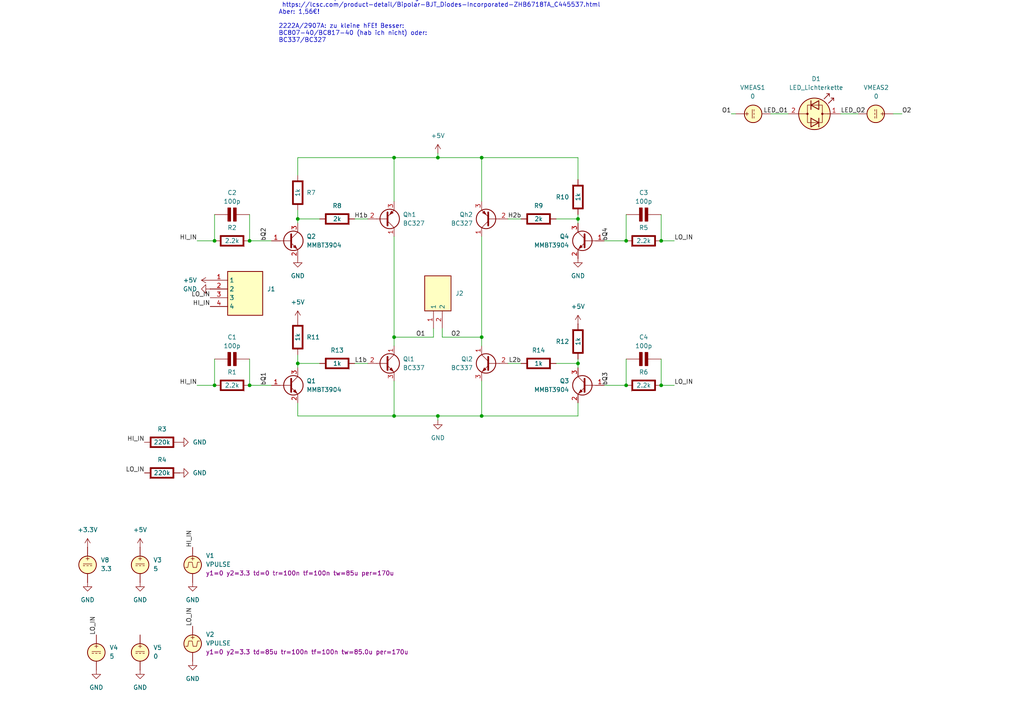
<source format=kicad_sch>
(kicad_sch (version 20250114) (generator "eeschema") (generator_version "9.0")
  (paper "A4")
  (lib_symbols
    (symbol "Device:LED_Dual_Bidirectional" (pin_names (offset 0) (hide yes))
      (property "Reference" "D" (at 0 5.715 0))
      (property "Value" "LED_Dual_Bidirectional" (at 0 -6.35 0))
      (symbol "LED_Dual_Bidirectional_0_1"
        (polyline (pts (xy -4.572 0) (xy -2.54 0)))
        (circle (center -2.032 0) (radius 0.254) (fill (type outline)))
        (polyline (pts (xy -2.032 0) (xy -2.54 0)))
        (polyline (pts (xy -1.016 3.81) (xy -1.016 1.27)) (stroke (width 0.254)))
        (polyline (pts (xy -1.016 -1.27) (xy -1.016 -3.81) (xy 1.27 -2.54) (xy -1.016 -1.27)) (stroke (width 0.254)))
        (circle (center 0 0) (radius 4.572) (stroke (width 0.254)) (fill (type background)))
        (polyline (pts (xy 1.27 3.81) (xy 1.27 1.27) (xy -1.016 2.54) (xy 1.27 3.81)) (stroke (width 0.254)))
        (polyline (pts (xy 1.27 -1.27) (xy 1.27 -3.81)) (stroke (width 0.254)))
        (polyline (pts (xy 2.286 2.54) (xy -2.032 2.54) (xy -2.032 -2.54) (xy 2.286 -2.54) (xy 2.286 2.54)))
        (circle (center 2.286 0) (radius 0.254) (fill (type outline)))
        (polyline (pts (xy 2.794 4.318) (xy 4.318 5.842) (xy 3.556 5.842)) (stroke (width 0.2032)))
        (polyline (pts (xy 4.064 3.048) (xy 5.588 4.572) (xy 4.826 4.572)) (stroke (width 0.2032)))
        (polyline (pts (xy 4.064 0) (xy 2.286 0)) (fill (type outline)))
        (polyline (pts (xy 4.318 5.842) (xy 4.318 5.08)) (stroke (width 0.2032)))
        (polyline (pts (xy 5.588 4.572) (xy 5.588 3.81)) (stroke (width 0.2032)))
      )
      (symbol "LED_Dual_Bidirectional_1_1"
        (pin input line (at -7.62 0 0) (length 3.048) (name "AK") (number "2"))
        (pin input line (at 7.62 0 180) (length 3.81) (name "KA") (number "1"))
      )
    )
    (symbol "Misc:S2B-PH-K-S_LF__SN_"
      (property "Reference" "J" (at 16.51 7.62 0))
      (property "Value" "S2B-PH-K-S_LF__SN_" (at 16.51 5.08 0))
      (symbol "S2B-PH-K-S_LF__SN__1_1"
        (rectangle (start 5.08 2.54) (end 15.24 -5.08) (stroke (width 0.254)) (fill (type background)))
        (pin passive line (at 0 0 0) (length 5.08) (name "1") (number "1"))
        (pin passive line (at 0 -2.54 0) (length 5.08) (name "2") (number "2"))
      )
    )
    (symbol "Misc:S4B-PH-K-S_LF__SN_" (exclude_from_sim yes)
      (property "Reference" "J" (at 16.51 7.62 0))
      (property "Value" "S4B-PH-K-S_LF__SN_" (at 16.51 5.08 0))
      (property "Footprint" "Misc:CONN_S4B-PH-K-S_JST" (at 16.51 -94.92 0))
      (symbol "S4B-PH-K-S_LF__SN__1_1"
        (rectangle (start 5.08 2.54) (end 15.24 -10.16) (stroke (width 0.254)) (fill (type background)))
        (pin passive line (at 0 0 0) (length 5.08) (name "1") (number "1"))
        (pin passive line (at 0 -2.54 0) (length 5.08) (name "2") (number "2"))
        (pin passive line (at 0 -5.08 0) (length 5.08) (name "3") (number "3"))
        (pin passive line (at 0 -7.62 0) (length 5.08) (name "4") (number "4"))
      )
    )
    (symbol "PCM_Elektuur:C" (pin_numbers (hide yes)) (pin_names (offset 0) (hide yes))
      (property "Reference" "C" (at 0.635 3.175 0))
      (property "Value" "C" (at 0.635 -3.175 0))
      (symbol "C_1_1"
        (rectangle (start -1.905 1.1938) (end 1.905 0.4318) (stroke (width 0.254)) (fill (type outline)))
        (rectangle (start -1.905 -0.4318) (end 1.905 -1.1938) (stroke (width 0.254)) (fill (type outline)))
        (pin passive line (at 0 5.08 270) (length 3.8862) (name "+") (number "1"))
        (pin passive line (at 0 -5.08 90) (length 3.8862) (name "-") (number "2"))
      )
      (symbol "C_1_2"
        (polyline (pts (xy -1.905 0.4318) (xy 1.905 0.4318) (xy 1.905 1.4986) (xy -1.905 1.4986) (xy -1.905 0.4318) (xy -1.8034 0.5334) (xy -1.8034 1.397) (xy 1.8034 1.397) (xy 1.8034 0.5334) (xy -1.8034 0.5334) (xy -1.905 0.4318)) (stroke (width 0.254)) (fill (type outline)))
        (polyline (pts (xy -1.905 -1.4986) (xy 1.905 -1.4986) (xy 1.905 -0.4318) (xy -1.905 -0.4318) (xy -1.905 -1.4986) (xy -1.8034 -1.397) (xy -1.8034 -0.5334) (xy 1.8034 -0.5334) (xy 1.8034 -1.397) (xy -1.8034 -1.397) (xy -1.905 -1.4986)) (stroke (width 0.254)) (fill (type outline)))
        (pin passive line (at 0 5.08 270) (length 3.5814) (name "+") (number "1"))
        (pin passive line (at 0 -5.08 90) (length 3.5814) (name "-") (number "2"))
      )
    )
    (symbol "PCM_Elektuur:R" (pin_numbers (hide yes)) (pin_names (offset 0) (hide yes))
      (property "Reference" "R" (at 2.54 3.175 0))
      (property "Value" "R" (at 0 0 90))
      (symbol "R_1_1"
        (polyline (pts (xy -1.524 -3.429) (xy 1.524 -3.429) (xy 1.524 3.429) (xy -1.524 3.429) (xy -1.524 -3.429) (xy -1.27 -3.175) (xy -1.27 3.175) (xy 1.27 3.175) (xy 1.27 -3.175) (xy -1.27 -3.175) (xy -1.524 -3.429)) (stroke (width 0.254)) (fill (type outline)))
        (pin passive line (at 0 5.08 270) (length 1.651) (name "+") (number "1"))
        (pin passive line (at 0 -5.08 90) (length 1.651) (name "-") (number "2"))
      )
      (symbol "R_1_2"
        (polyline (pts (xy -0.508 -3.429) (xy 1.524 -3.429) (xy 1.524 3.429) (xy -0.508 3.429) (xy -0.508 3.175) (xy 1.27 3.175) (xy 1.27 -3.175) (xy -0.508 -3.175) (xy -0.508 -3.429)) (stroke (width 0.254)) (fill (type outline)))
        (pin passive line (at 0 5.08 270) (length 1.651) (name "+") (number "1"))
        (pin passive line (at 0 -5.08 90) (length 1.651) (name "-") (number "2"))
      )
      (symbol "R_1_3"
        (polyline (pts (xy 0 3.4798) (xy 0 3.2004) (xy 0.7112 2.794) (xy -1.1938 1.6764) (xy 0.7112 0.5588) (xy -1.1938 -0.5588) (xy 0.7112 -1.6764) (xy -1.1938 -2.794) (xy 0 -3.4798) (xy 0 -3.2004) (xy -0.7112 -2.794) (xy 1.1938 -1.6764) (xy -0.7112 -0.5588) (xy 1.1938 0.5588) (xy -0.7112 1.6764) (xy 1.1938 2.794) (xy 0 3.4798)) (stroke (width 0.254)) (fill (type outline)))
        (pin passive line (at 0 5.08 270) (length 1.6002) (name "+") (number "1"))
        (pin passive line (at 0 -5.08 90) (length 1.6002) (name "-") (number "2"))
      )
      (symbol "R_1_4"
        (polyline (pts (xy 0 4.5466) (xy 0 4.2672) (xy 0.0508 4.2418) (xy 1.016 3.683) (xy -1.524 2.2098) (xy 1.016 0.7366) (xy -1.524 -0.7366) (xy 1.016 -2.2098) (xy -1.524 -3.683) (xy -0.0762 -4.5212) (xy 0 -4.5466) (xy 0 -4.2672) (xy -0.0508 -4.2418) (xy -1.016 -3.683) (xy 1.524 -2.2098) (xy -1.016 -0.7366) (xy 1.524 0.7366) (xy -1.016 2.2098) (xy 1.524 3.683) (xy 0.0762 4.5212) (xy 0 4.5466)) (stroke (width 0.254)) (fill (type outline)))
        (pin passive line (at 0 5.08 270) (length 0.5334) (name "+") (number "1"))
        (pin passive line (at 0 -5.08 90) (length 0.5334) (name "-") (number "2"))
      )
    )
    (symbol "Simulation_SPICE:VDC" (pin_numbers (hide yes)) (pin_names (offset 0.0254))
      (property "Reference" "V" (at 2.54 2.54 0))
      (property "Value" "1" (at 2.54 0 0))
      (symbol "VDC_0_0"
        (polyline (pts (xy -1.27 0.254) (xy 1.27 0.254)))
        (polyline (pts (xy -0.762 -0.254) (xy -1.27 -0.254)))
        (polyline (pts (xy 0.254 -0.254) (xy -0.254 -0.254)))
        (polyline (pts (xy 1.27 -0.254) (xy 0.762 -0.254)))
        (text "+" (at 0 1.905 0) (effects (font (size 1.27 1.27))))
      )
      (symbol "VDC_0_1"
        (circle (center 0 0) (radius 2.54) (stroke (width 0.254)) (fill (type background)))
      )
      (symbol "VDC_1_1"
        (pin passive line (at 0 5.08 270) (length 2.54) (name "~") (number "1"))
        (pin passive line (at 0 -5.08 90) (length 2.54) (name "~") (number "2"))
      )
    )
    (symbol "Simulation_SPICE:VPULSE" (pin_numbers (hide yes)) (pin_names (offset 0.0254))
      (property "Reference" "V" (at 2.54 2.54 0))
      (property "Value" "VPULSE" (at 2.54 0 0))
      (property "Sim.Params" "y1=0 y2=1 td=2n tr=2n tf=2n tw=50n per=100n" (at 2.54 -2.54 0))
      (symbol "VPULSE_0_0"
        (polyline (pts (xy -2.032 -0.762) (xy -1.397 -0.762) (xy -1.143 0.762) (xy -0.127 0.762) (xy 0.127 -0.762) (xy 1.143 -0.762) (xy 1.397 0.762) (xy 2.032 0.762)))
        (text "+" (at 0 1.905 0) (effects (font (size 1.27 1.27))))
      )
      (symbol "VPULSE_0_1"
        (circle (center 0 0) (radius 2.54) (stroke (width 0.254)) (fill (type background)))
      )
      (symbol "VPULSE_1_1"
        (pin passive line (at 0 5.08 270) (length 2.54) (name "~") (number "1"))
        (pin passive line (at 0 -5.08 90) (length 2.54) (name "~") (number "2"))
      )
    )
    (symbol "Transistor_BJT:BC327" (pin_names (offset 0) (hide yes))
      (property "Reference" "Q" (at 5.08 1.905 0))
      (property "Value" "BC327" (at 5.08 0 0))
      (symbol "BC327_0_1"
        (polyline (pts (xy -2.54 0) (xy 0.635 0)))
        (polyline (pts (xy 0.635 1.905) (xy 0.635 -1.905)) (stroke (width 0.508)))
        (polyline (pts (xy 0.635 0.635) (xy 2.54 2.54)))
        (polyline (pts (xy 0.635 -0.635) (xy 2.54 -2.54)))
        (circle (center 1.27 0) (radius 2.8194) (stroke (width 0.254)))
        (polyline (pts (xy 2.286 -1.778) (xy 1.778 -2.286) (xy 1.27 -1.27) (xy 2.286 -1.778)) (fill (type outline)))
      )
      (symbol "BC327_1_1"
        (pin input line (at -5.08 0 0) (length 2.54) (name "B") (number "2"))
        (pin passive line (at 2.54 5.08 270) (length 2.54) (name "C") (number "1"))
        (pin passive line (at 2.54 -5.08 90) (length 2.54) (name "E") (number "3"))
      )
    )
    (symbol "Transistor_BJT:BC337" (pin_names (offset 0) (hide yes))
      (property "Reference" "Q" (at 5.08 1.905 0))
      (property "Value" "BC337" (at 5.08 0 0))
      (symbol "BC337_0_1"
        (polyline (pts (xy -2.54 0) (xy 0.635 0)))
        (polyline (pts (xy 0.635 1.905) (xy 0.635 -1.905)) (stroke (width 0.508)))
        (circle (center 1.27 0) (radius 2.8194) (stroke (width 0.254)))
      )
      (symbol "BC337_1_1"
        (polyline (pts (xy 0.635 0.635) (xy 2.54 2.54)))
        (polyline (pts (xy 0.635 -0.635) (xy 2.54 -2.54)))
        (polyline (pts (xy 1.27 -1.778) (xy 1.778 -1.27) (xy 2.286 -2.286) (xy 1.27 -1.778)) (fill (type outline)))
        (pin input line (at -5.08 0 0) (length 2.54) (name "B") (number "2"))
        (pin passive line (at 2.54 5.08 270) (length 2.54) (name "C") (number "1"))
        (pin passive line (at 2.54 -5.08 90) (length 2.54) (name "E") (number "3"))
      )
    )
    (symbol "Transistor_BJT:MMBT3904" (pin_names (offset 0) (hide yes))
      (property "Reference" "Q" (at 5.08 1.905 0))
      (property "Value" "MMBT3904" (at 5.08 0 0))
      (symbol "MMBT3904_0_1"
        (polyline (pts (xy -2.54 0) (xy 0.635 0)))
        (polyline (pts (xy 0.635 1.905) (xy 0.635 -1.905)) (stroke (width 0.508)))
        (circle (center 1.27 0) (radius 2.8194) (stroke (width 0.254)))
      )
      (symbol "MMBT3904_1_1"
        (polyline (pts (xy 0.635 0.635) (xy 2.54 2.54)))
        (polyline (pts (xy 0.635 -0.635) (xy 2.54 -2.54)))
        (polyline (pts (xy 1.27 -1.778) (xy 1.778 -1.27) (xy 2.286 -2.286) (xy 1.27 -1.778)) (fill (type outline)))
        (pin input line (at -5.08 0 0) (length 2.54) (name "B") (number "1"))
        (pin passive line (at 2.54 5.08 270) (length 2.54) (name "C") (number "3"))
        (pin passive line (at 2.54 -5.08 90) (length 2.54) (name "E") (number "2"))
      )
    )
    (symbol "power:+5V" (power) (pin_numbers (hide yes)) (pin_names (offset 0) (hide yes))
      (property "Value" "+5V" (at 0 3.556 0))
      (symbol "+5V_0_1"
        (polyline (pts (xy -0.762 1.27) (xy 0 2.54)))
        (polyline (pts (xy 0 2.54) (xy 0.762 1.27)))
        (polyline (pts (xy 0 0) (xy 0 2.54)))
      )
      (symbol "+5V_1_1"
        (pin power_in line (at 0 0 90) (length 0) (name "~") (number "1"))
      )
    )
    (symbol "power:GND" (power) (pin_numbers (hide yes)) (pin_names (offset 0) (hide yes))
      (property "Value" "GND" (at 0 -3.81 0))
      (symbol "GND_0_1"
        (polyline (pts (xy 0 0) (xy 0 -1.27) (xy 1.27 -1.27) (xy 0 -2.54) (xy -1.27 -1.27) (xy 0 -1.27)))
      )
      (symbol "GND_1_1"
        (pin power_in line (at 0 0 270) (length 0) (name "~") (number "1"))
      )
    )
  )
  (text "Dual-Transistor-Packages:\n\nMMDT2227:\n https://lcsc.com/product-detail/Bipolar-BJT_Diodes-Incorporated-MMDT2227-7-F_C191919.html\n https://lcsc.com/product-detail/Bipolar-BJT_Jiangsu-Changjing-Electronics-Technology-Co-Ltd-MMDT2227-RANGE-100-300_C35308.html\n\nZHB6718 - komplette PNP-NPN H-Bridge bis 2.5A:\n https://lcsc.com/product-detail/Bipolar-BJT_Diodes-Incorporated-ZHB6718TA_C445537.html\nAber: 1,56€!\n\n2222A/2907A: zu kleine hFE! Besser:\nBC807-40/BC817-40 (hab ich nicht) oder:\nBC337/BC327" (at 80.772 -0.508 0) (effects (font (size 1.27 1.27)) (justify left)))
  (junction (at 139.7 97.79))
  (junction (at 72.39 69.85))
  (junction (at 86.36 105.41))
  (junction (at 167.64 63.5))
  (junction (at 127 45.72))
  (junction (at 62.23 111.76))
  (junction (at 114.3 97.79))
  (junction (at 181.61 69.85))
  (junction (at 181.61 111.76))
  (junction (at 139.7 45.72))
  (junction (at 191.77 111.76))
  (junction (at 72.39 111.76))
  (junction (at 139.7 120.65))
  (junction (at 127 120.65))
  (junction (at 191.77 69.85))
  (junction (at 114.3 120.65))
  (junction (at 114.3 45.72))
  (junction (at 86.36 63.5))
  (junction (at 167.64 105.41))
  (junction (at 62.23 69.85))
  (wire (pts (xy 191.77 104.14) (xy 191.77 111.76)))
  (wire (pts (xy 86.36 105.41) (xy 86.36 106.68)))
  (wire (pts (xy 125.73 97.79) (xy 125.73 95.25)))
  (wire (pts (xy 167.64 45.72) (xy 167.64 52.07)))
  (wire (pts (xy 128.27 97.79) (xy 139.7 97.79)))
  (wire (pts (xy 212.09 33.02) (xy 213.36 33.02)))
  (wire (pts (xy 139.7 97.79) (xy 139.7 100.33)))
  (wire (pts (xy 181.61 104.14) (xy 181.61 111.76)))
  (wire (pts (xy 62.23 104.14) (xy 62.23 111.76)))
  (wire (pts (xy 161.29 105.41) (xy 167.64 105.41)))
  (wire (pts (xy 127 45.72) (xy 139.7 45.72)))
  (wire (pts (xy 127 120.65) (xy 139.7 120.65)))
  (wire (pts (xy 86.36 45.72) (xy 86.36 50.8)))
  (wire (pts (xy 259.08 33.02) (xy 261.62 33.02)))
  (wire (pts (xy 167.64 104.14) (xy 167.64 105.41)))
  (wire (pts (xy 114.3 110.49) (xy 114.3 120.65)))
  (wire (pts (xy 62.23 62.23) (xy 62.23 69.85)))
  (wire (pts (xy 195.58 111.76) (xy 191.77 111.76)))
  (wire (pts (xy 147.32 63.5) (xy 151.13 63.5)))
  (wire (pts (xy 167.64 105.41) (xy 167.64 106.68)))
  (wire (pts (xy 86.36 60.96) (xy 86.36 63.5)))
  (wire (pts (xy 181.61 111.76) (xy 175.26 111.76)))
  (wire (pts (xy 86.36 102.87) (xy 86.36 105.41)))
  (wire (pts (xy 114.3 68.58) (xy 114.3 97.79)))
  (wire (pts (xy 114.3 45.72) (xy 114.3 58.42)))
  (wire (pts (xy 114.3 45.72) (xy 127 45.72)))
  (wire (pts (xy 102.87 105.41) (xy 106.68 105.41)))
  (wire (pts (xy 86.36 120.65) (xy 114.3 120.65)))
  (wire (pts (xy 181.61 62.23) (xy 181.61 69.85)))
  (wire (pts (xy 72.39 62.23) (xy 72.39 69.85)))
  (wire (pts (xy 86.36 63.5) (xy 86.36 64.77)))
  (wire (pts (xy 195.58 69.85) (xy 191.77 69.85)))
  (wire (pts (xy 72.39 104.14) (xy 72.39 111.76)))
  (wire (pts (xy 167.64 63.5) (xy 167.64 64.77)))
  (wire (pts (xy 223.52 33.02) (xy 228.6 33.02)))
  (wire (pts (xy 175.26 69.85) (xy 181.61 69.85)))
  (wire (pts (xy 243.84 33.02) (xy 248.92 33.02)))
  (wire (pts (xy 57.15 111.76) (xy 62.23 111.76)))
  (wire (pts (xy 161.29 63.5) (xy 167.64 63.5)))
  (wire (pts (xy 86.36 116.84) (xy 86.36 120.65)))
  (wire (pts (xy 86.36 45.72) (xy 114.3 45.72)))
  (wire (pts (xy 128.27 97.79) (xy 128.27 95.25)))
  (wire (pts (xy 57.15 69.85) (xy 62.23 69.85)))
  (wire (pts (xy 139.7 45.72) (xy 139.7 58.42)))
  (wire (pts (xy 127 44.45) (xy 127 45.72)))
  (wire (pts (xy 191.77 62.23) (xy 191.77 69.85)))
  (wire (pts (xy 72.39 111.76) (xy 78.74 111.76)))
  (wire (pts (xy 167.64 62.23) (xy 167.64 63.5)))
  (wire (pts (xy 139.7 45.72) (xy 167.64 45.72)))
  (wire (pts (xy 86.36 105.41) (xy 92.71 105.41)))
  (wire (pts (xy 139.7 68.58) (xy 139.7 97.79)))
  (wire (pts (xy 127 121.92) (xy 127 120.65)))
  (wire (pts (xy 86.36 63.5) (xy 92.71 63.5)))
  (wire (pts (xy 147.32 105.41) (xy 151.13 105.41)))
  (wire (pts (xy 102.87 63.5) (xy 106.68 63.5)))
  (wire (pts (xy 114.3 120.65) (xy 127 120.65)))
  (wire (pts (xy 114.3 97.79) (xy 125.73 97.79)))
  (wire (pts (xy 72.39 69.85) (xy 78.74 69.85)))
  (wire (pts (xy 114.3 97.79) (xy 114.3 100.33)))
  (wire (pts (xy 139.7 110.49) (xy 139.7 120.65)))
  (wire (pts (xy 167.64 116.84) (xy 167.64 120.65)))
  (wire (pts (xy 139.7 120.65) (xy 167.64 120.65)))
  (label "H1b" (at 106.68 63.5 180))
  (label "O1" (at 120.65 97.79 0))
  (label "L2b" (at 151.13 105.41 180))
  (label "bQ1" (at 77.47 111.76 90))
  (label "H2b" (at 147.32 63.5 0))
  (label "HI_IN" (at 60.96 88.9 180))
  (label "LO_IN" (at 195.58 69.85 0))
  (label "LED_O1" (at 228.6 33.02 180))
  (label "HI_IN" (at 55.88 158.75 90))
  (label "O2" (at 130.81 97.79 0))
  (label "LED_O2" (at 243.84 33.02 0))
  (label "L1b" (at 102.87 105.41 0))
  (label "O2" (at 261.62 33.02 0))
  (label "LO_IN" (at 27.94 184.15 90))
  (label "LO_IN" (at 55.88 181.61 90))
  (label "O1" (at 212.09 33.02 180))
  (label "HI_IN" (at 57.15 111.76 180))
  (label "LO_IN" (at 41.91 137.16 180))
  (label "bQ3" (at 176.53 111.76 90))
  (label "LO_IN" (at 60.96 86.36 180))
  (label "HI_IN" (at 57.15 69.85 180))
  (label "bQ2" (at 77.47 69.85 90))
  (label "HI_IN" (at 41.91 128.27 180))
  (label "LO_IN" (at 195.58 111.76 0))
  (label "bQ4" (at 176.53 69.85 90))
  (symbol (lib_id "power:+5V") (at 86.36 92.71 0) (unit 1)
    (property "Reference" "#PWR03" (effects (hide yes)))
    (property "Value" "+5V" (at 86.36 87.63 0))
    (property "Description" "Power symbol creates a global label with name \"+5V\"" (effects (hide yes)))
  )
  (symbol (lib_id "Transistor_BJT:BC327") (at 111.76 63.5 0) (mirror x) (unit 1)
    (property "Reference" "Qh1" (at 116.84 62.2299 0) (effects (justify left)))
    (property "Value" "BC327" (at 116.84 64.7699 0) (effects (justify left)))
    (property "Footprint" "Package_TO_SOT_THT:TO-92_Inline" (effects (hide yes)))
    (property "Datasheet" "http://www.onsemi.com/pub_link/Collateral/BC327-D.PDF" (effects (hide yes)))
    (property "Description" "0.8A Ic, 45V Vce, PNP Transistor, TO-92" (effects (hide yes)))
    (property "Sim.Library" "/Users/lkolbe/work/Tinkering/spice/KiCad-Spice-Library/Models/Transistor/BJT/BJT.lib" (effects (hide yes)))
    (property "Sim.Name" "BC327-25" (effects (hide yes)))
    (property "Sim.Device" "PNP" (effects (hide yes)))
    (property "Sim.Pins" "1=C 2=B 3=E" (effects (hide yes)))
    (property "Sim.Type" "GUMMELPOON" (effects (hide yes)))
  )
  (symbol (lib_id "PCM_Elektuur:C") (at 186.69 62.23 270) (mirror x) (unit 1)
    (property "Reference" "C3" (at 186.69 55.88 90))
    (property "Value" "100p" (at 186.69 58.42 90))
    (property "Footprint" "Capacitor_SMD:C_0805_2012Metric_Pad1.18x1.45mm_HandSolder" (effects (hide yes)))
    (property "Description" "capacitor, non-polarized/bipolar" (effects (hide yes)))
    (property "Indicator" "+" (effects (hide yes)))
    (property "Rating" "V" (effects (hide yes)))
  )
  (symbol (lib_id "power:GND") (at 55.88 191.77 0) (unit 1)
    (property "Reference" "#PWR08" (effects (hide yes)))
    (property "Value" "GND" (at 55.88 196.85 0))
    (property "Description" "Power symbol creates a global label with name \"GND\" , ground" (effects (hide yes)))
  )
  (symbol (lib_id "Misc:S4B-PH-K-S_LF__SN_") (at 60.96 81.28 0) (unit 1) (exclude_from_sim yes)
    (property "Reference" "J1" (at 77.47 83.8199 0) (effects (justify left)))
    (property "Value" "S4B-PH-K-S_LF__SN_" (effects (hide yes)))
    (property "Footprint" "Misc:CONN_S4B-PH-K-S_JST" (effects (hide yes)))
    (property "Datasheet" "https://datasheet.lcsc.com/szlcsc/JST-Sales-America-PHsocket-1-4P-Curved-needle-pitch2mm_C157926.pdf" (effects (hide yes)))
    (property "Description" "CONN HEADER R/A 4POS 2MM" (effects (hide yes)))
    (property "Height" "4.8" (effects (hide yes)))
    (property "Manufacturer_Name" "JST (JAPAN SOLDERLESS TERMINALS)" (effects (hide yes)))
    (property "Manufacturer_Part_Number" "S4B-PH-K-S(LF)(SN)" (effects (hide yes)))
    (property "Mouser Part Number" "N/A" (effects (hide yes)))
    (property "Mouser Price/Stock" "https://www.mouser.co.uk/ProductDetail/JST-Commercial/S4B-PH-K-SLFSN?qs=QpmGXVUTftEGA16rwNx4xw%3D%3D" (effects (hide yes)))
    (property "Arrow Part Number" "S4B-PH-K-S(LF)(SN)" (effects (hide yes)))
    (property "Arrow Price/Stock" "https://www.arrow.com/en/products/s4b-ph-k-s-lf-sn/jst-manufacturing?region=europe" (effects (hide yes)))
  )
  (symbol (lib_id "power:+5V") (at 40.64 158.75 0) (unit 1)
    (property "Reference" "#PWR04" (effects (hide yes)))
    (property "Value" "+5V" (at 40.64 153.67 0))
    (property "Description" "Power symbol creates a global label with name \"+5V\"" (effects (hide yes)))
  )
  (symbol (lib_id "PCM_Elektuur:R") (at 186.69 69.85 270) (mirror x) (unit 1)
    (property "Reference" "R5" (at 186.69 66.04 90))
    (property "Value" "2.2k" (at 186.69 69.85 90))
    (property "Footprint" "Resistor_SMD:R_0805_2012Metric_Pad1.20x1.40mm_HandSolder" (effects (hide yes)))
    (property "Description" "resistor" (effects (hide yes)))
    (property "Indicator" "+" (effects (hide yes)))
    (property "Rating" "W" (effects (hide yes)))
  )
  (symbol (lib_id "power:GND") (at 60.96 83.82 270) (unit 1)
    (property "Reference" "#PWR011" (effects (hide yes)))
    (property "Value" "GND" (at 57.15 83.8199 90) (effects (justify right)))
    (property "Description" "Power symbol creates a global label with name \"GND\" , ground" (effects (hide yes)))
  )
  (symbol (lib_id "PCM_Elektuur:R") (at 67.31 69.85 90) (unit 1)
    (property "Reference" "R2" (at 67.31 66.04 90))
    (property "Value" "2.2k" (at 67.31 69.85 90))
    (property "Footprint" "Resistor_SMD:R_0805_2012Metric_Pad1.20x1.40mm_HandSolder" (effects (hide yes)))
    (property "Description" "resistor" (effects (hide yes)))
    (property "Indicator" "+" (effects (hide yes)))
    (property "Rating" "W" (effects (hide yes)))
  )
  (symbol (lib_id "Simulation_SPICE:VDC") (at 218.44 33.02 90) (unit 1) (in_bom no) (on_board no)
    (property "Reference" "VMEAS1" (at 218.3102 25.4 90))
    (property "Value" "0" (at 218.3102 27.94 90))
    (property "Datasheet" "https://ngspice.sourceforge.io/docs/ngspice-html-manual/manual.xhtml#sec_Independent_Sources_for" (effects (hide yes)))
    (property "Description" "Voltage source, DC" (effects (hide yes)))
    (property "Sim.Pins" "1=+ 2=-" (effects (hide yes)))
    (property "Sim.Type" "DC" (effects (hide yes)))
    (property "Sim.Device" "V" (effects (hide yes)))
  )
  (symbol (lib_id "power:GND") (at 27.94 194.31 0) (unit 1)
    (property "Reference" "#PWR013" (effects (hide yes)))
    (property "Value" "GND" (at 27.94 199.39 0))
    (property "Description" "Power symbol creates a global label with name \"GND\" , ground" (effects (hide yes)))
  )
  (symbol (lib_id "power:+5V") (at 127 44.45 0) (unit 1)
    (property "Reference" "#PWR05" (effects (hide yes)))
    (property "Value" "+5V" (at 127 39.37 0))
    (property "Description" "Power symbol creates a global label with name \"+5V\"" (effects (hide yes)))
  )
  (symbol (lib_id "PCM_Elektuur:R") (at 97.79 63.5 90) (unit 1)
    (property "Reference" "R8" (at 97.79 59.69 90))
    (property "Value" "2k" (at 97.79 63.5 90))
    (property "Footprint" "Resistor_SMD:R_0805_2012Metric_Pad1.20x1.40mm_HandSolder" (effects (hide yes)))
    (property "Description" "resistor" (effects (hide yes)))
    (property "Indicator" "+" (effects (hide yes)))
    (property "Rating" "W" (effects (hide yes)))
  )
  (symbol (lib_id "Transistor_BJT:BC327") (at 142.24 63.5 180) (unit 1)
    (property "Reference" "Qh2" (at 137.16 62.2299 0) (effects (justify left)))
    (property "Value" "BC327" (at 137.16 64.7699 0) (effects (justify left)))
    (property "Footprint" "Package_TO_SOT_THT:TO-92_Inline" (effects (hide yes)))
    (property "Datasheet" "http://www.onsemi.com/pub_link/Collateral/BC327-D.PDF" (effects (hide yes)))
    (property "Description" "0.8A Ic, 45V Vce, PNP Transistor, TO-92" (effects (hide yes)))
    (property "Sim.Library" "/Users/lkolbe/work/Tinkering/spice/KiCad-Spice-Library/Models/Transistor/BJT/BJT.lib" (effects (hide yes)))
    (property "Sim.Name" "BC327-25" (effects (hide yes)))
    (property "Sim.Device" "PNP" (effects (hide yes)))
    (property "Sim.Pins" "1=C 2=B 3=E" (effects (hide yes)))
    (property "Sim.Type" "GUMMELPOON" (effects (hide yes)))
  )
  (symbol (lib_id "Simulation_SPICE:VPULSE") (at 55.88 163.83 0) (unit 1) (in_bom no) (on_board no)
    (property "Reference" "V1" (at 59.69 161.1601 0) (effects (justify left)))
    (property "Value" "VPULSE" (at 59.69 163.7001 0) (effects (justify left)))
    (property "Datasheet" "https://ngspice.sourceforge.io/docs/ngspice-html-manual/manual.xhtml#sec_Independent_Sources_for" (effects (hide yes)))
    (property "Description" "Voltage source, pulse" (effects (hide yes)))
    (property "Sim.Pins" "1=+ 2=-" (effects (hide yes)))
    (property "Sim.Type" "PULSE" (effects (hide yes)))
    (property "Sim.Device" "V" (effects (hide yes)))
    (property "Sim.Params" "y1=0 y2=3.3 td=0 tr=100n tf=100n tw=85u per=170u" (at 59.69 166.2401 0) (effects (justify left)))
  )
  (symbol (lib_id "power:GND") (at 167.64 74.93 0) (unit 1)
    (property "Reference" "#PWR012" (effects (hide yes)))
    (property "Value" "GND" (at 167.64 80.01 0))
    (property "Description" "Power symbol creates a global label with name \"GND\" , ground" (effects (hide yes)))
  )
  (symbol (lib_id "Transistor_BJT:MMBT3904") (at 83.82 69.85 0) (unit 1)
    (property "Reference" "Q2" (at 88.9 68.5799 0) (effects (justify left)))
    (property "Value" "MMBT3904" (at 88.9 71.1199 0) (effects (justify left)))
    (property "Footprint" "Package_TO_SOT_SMD:SOT-23_Handsoldering" (effects (hide yes)))
    (property "Datasheet" "https://www.onsemi.com/pdf/datasheet/pzt3904-d.pdf" (effects (hide yes)))
    (property "Description" "0.2A Ic, 40V Vce, Small Signal NPN Transistor, SOT-23" (effects (hide yes)))
    (property "Sim.Library" "/Users/lkolbe/work/Tinkering/spice/KiCad-Spice-Library/Models/Transistor/BJT/BJT.lib" (effects (hide yes)))
    (property "Sim.Name" "2N3904_Cordell" (effects (hide yes)))
    (property "Sim.Device" "NPN" (effects (hide yes)))
    (property "Sim.Pins" "1=B 2=E 3=C" (effects (hide yes)))
    (property "Sim.Type" "GUMMELPOON" (effects (hide yes)))
  )
  (symbol (lib_id "power:+5V") (at 167.64 93.98 0) (unit 1)
    (property "Reference" "#PWR09" (effects (hide yes)))
    (property "Value" "+5V" (at 167.64 88.9 0))
    (property "Description" "Power symbol creates a global label with name \"+5V\"" (effects (hide yes)))
  )
  (symbol (lib_id "PCM_Elektuur:R") (at 167.64 99.06 0) (mirror x) (unit 1)
    (property "Reference" "R12" (at 165.1 99.0599 0) (effects (justify right)))
    (property "Value" "1k" (at 167.64 99.06 90))
    (property "Footprint" "Resistor_SMD:R_0805_2012Metric_Pad1.20x1.40mm_HandSolder" (effects (hide yes)))
    (property "Description" "resistor" (effects (hide yes)))
    (property "Indicator" "+" (effects (hide yes)))
    (property "Rating" "W" (effects (hide yes)))
  )
  (symbol (lib_id "power:+5V") (at 60.96 81.28 90) (unit 1)
    (property "Reference" "#PWR010" (effects (hide yes)))
    (property "Value" "+5V" (at 57.15 81.2799 90) (effects (justify left)))
    (property "Description" "Power symbol creates a global label with name \"+5V\"" (effects (hide yes)))
  )
  (symbol (lib_id "Transistor_BJT:BC337") (at 111.76 105.41 0) (unit 1)
    (property "Reference" "Ql1" (at 116.84 104.1399 0) (effects (justify left)))
    (property "Value" "BC337" (at 116.84 106.6799 0) (effects (justify left)))
    (property "Footprint" "Package_TO_SOT_THT:TO-92_Inline" (effects (hide yes)))
    (property "Datasheet" "https://diotec.com/tl_files/diotec/files/pdf/datasheets/bc337.pdf" (effects (hide yes)))
    (property "Description" "0.8A Ic, 45V Vce, NPN Transistor, TO-92" (effects (hide yes)))
    (property "Sim.Library" "/Users/lkolbe/work/Tinkering/spice/KiCad-Spice-Library/Models/Transistor/BJT/BJT.lib" (effects (hide yes)))
    (property "Sim.Name" "BC337-25" (effects (hide yes)))
    (property "Sim.Device" "NPN" (effects (hide yes)))
    (property "Sim.Pins" "1=C 2=B 3=E" (effects (hide yes)))
    (property "Sim.Type" "GUMMELPOON" (effects (hide yes)))
  )
  (symbol (lib_id "Simulation_SPICE:VDC") (at 27.94 189.23 0) (unit 1) (exclude_from_sim yes) (in_bom no) (on_board no)
    (property "Reference" "V4" (at 31.75 187.8301 0) (effects (justify left)))
    (property "Value" "5" (at 31.75 190.3701 0) (effects (justify left)))
    (property "Datasheet" "https://ngspice.sourceforge.io/docs/ngspice-html-manual/manual.xhtml#sec_Independent_Sources_for" (effects (hide yes)))
    (property "Description" "Voltage source, DC" (effects (hide yes)))
    (property "Sim.Pins" "1=+ 2=-" (effects (hide yes)))
    (property "Sim.Type" "DC" (effects (hide yes)))
    (property "Sim.Device" "V" (effects (hide yes)))
  )
  (symbol (lib_id "Simulation_SPICE:VDC") (at 40.64 163.83 0) (unit 1) (in_bom no) (on_board no)
    (property "Reference" "V3" (at 44.45 162.4301 0) (effects (justify left)))
    (property "Value" "5" (at 44.45 164.9701 0) (effects (justify left)))
    (property "Datasheet" "https://ngspice.sourceforge.io/docs/ngspice-html-manual/manual.xhtml#sec_Independent_Sources_for" (effects (hide yes)))
    (property "Description" "Voltage source, DC" (effects (hide yes)))
    (property "Sim.Pins" "1=+ 2=-" (effects (hide yes)))
    (property "Sim.Type" "DC" (effects (hide yes)))
    (property "Sim.Device" "V" (effects (hide yes)))
  )
  (symbol (lib_id "power:GND") (at 52.07 137.16 90) (unit 1)
    (property "Reference" "#PWR06" (effects (hide yes)))
    (property "Value" "GND" (at 55.88 137.1599 90) (effects (justify right)))
    (property "Description" "Power symbol creates a global label with name \"GND\" , ground" (effects (hide yes)))
  )
  (symbol (lib_id "PCM_Elektuur:C") (at 186.69 104.14 270) (mirror x) (unit 1)
    (property "Reference" "C4" (at 186.69 97.79 90))
    (property "Value" "100p" (at 186.69 100.33 90))
    (property "Footprint" "Capacitor_SMD:C_0805_2012Metric_Pad1.18x1.45mm_HandSolder" (effects (hide yes)))
    (property "Description" "capacitor, non-polarized/bipolar" (effects (hide yes)))
    (property "Indicator" "+" (effects (hide yes)))
    (property "Rating" "V" (effects (hide yes)))
  )
  (symbol (lib_id "PCM_Elektuur:R") (at 67.31 111.76 90) (unit 1)
    (property "Reference" "R1" (at 67.31 107.95 90))
    (property "Value" "2.2k" (at 67.31 111.76 90))
    (property "Footprint" "Resistor_SMD:R_0805_2012Metric_Pad1.20x1.40mm_HandSolder" (effects (hide yes)))
    (property "Description" "resistor" (effects (hide yes)))
    (property "Indicator" "+" (effects (hide yes)))
    (property "Rating" "W" (effects (hide yes)))
  )
  (symbol (lib_id "power:GND") (at 40.64 168.91 0) (unit 1)
    (property "Reference" "#PWR01" (effects (hide yes)))
    (property "Value" "GND" (at 40.64 173.99 0))
    (property "Description" "Power symbol creates a global label with name \"GND\" , ground" (effects (hide yes)))
  )
  (symbol (lib_id "PCM_Elektuur:R") (at 46.99 137.16 270) (mirror x) (unit 1)
    (property "Reference" "R4" (at 46.99 133.35 90))
    (property "Value" "220k" (at 46.99 137.16 90))
    (property "Footprint" "Resistor_SMD:R_0805_2012Metric_Pad1.20x1.40mm_HandSolder" (effects (hide yes)))
    (property "Description" "resistor" (effects (hide yes)))
    (property "Indicator" "+" (effects (hide yes)))
    (property "Rating" "W" (effects (hide yes)))
  )
  (symbol (lib_id "PCM_Elektuur:R") (at 167.64 57.15 0) (mirror x) (unit 1)
    (property "Reference" "R10" (at 165.1 57.1499 0) (effects (justify right)))
    (property "Value" "1k" (at 167.64 57.15 90))
    (property "Footprint" "Resistor_SMD:R_0805_2012Metric_Pad1.20x1.40mm_HandSolder" (effects (hide yes)))
    (property "Description" "resistor" (effects (hide yes)))
    (property "Indicator" "+" (effects (hide yes)))
    (property "Rating" "W" (effects (hide yes)))
  )
  (symbol (lib_id "Misc:S2B-PH-K-S_LF__SN_") (at 125.73 95.25 90) (unit 1) (exclude_from_sim yes)
    (property "Reference" "J2" (at 132.08 85.0899 90) (effects (justify right)))
    (property "Value" "S2B-PH-K-S_LF__SN_" (effects (hide yes)))
    (property "Footprint" "Misc:DS2BPHKSLFSN" (effects (hide yes)))
    (property "Datasheet" "http://uk.rs-online.com/web/p/products/8201494" (effects (hide yes)))
    (property "Description" "PH-2.0mm Header side entry 2 way JST PH Series, Series Number S2B, 2mm Pitch 2 Way 1 Row Right Angle PCB Header, Through Hole Termination, 2A" (effects (hide yes)))
    (property "Height" "4.8" (effects (hide yes)))
    (property "Manufacturer_Name" "JST (JAPAN SOLDERLESS TERMINALS)" (effects (hide yes)))
    (property "Manufacturer_Part_Number" "S2B-PH-K-S(LF)(SN)" (effects (hide yes)))
    (property "Mouser Part Number" "306-S2BPHKSLFSNPP" (effects (hide yes)))
    (property "Mouser Price/Stock" "https://www.mouser.co.uk/ProductDetail/JST-Commercial/S2B-PH-K-SLFSN?qs=cdbOS8ANM9A5Ie4gXeMjTA%3D%3D" (effects (hide yes)))
    (property "Arrow Part Number" "S2B-PH-K-S(LF)(SN)" (effects (hide yes)))
    (property "Arrow Price/Stock" "https://www.arrow.com/en/products/s2b-ph-k-s-lf-sn/jst-manufacturing?utm_currency=USD&region=europe" (effects (hide yes)))
  )
  (symbol (lib_id "power:+5V") (at 25.4 158.75 0) (unit 1) (exclude_from_sim yes)
    (property "Reference" "#PWR016" (effects (hide yes)))
    (property "Value" "+3.3V" (at 25.4 153.67 0))
    (property "Description" "Power symbol creates a global label with name \"+5V\"" (effects (hide yes)))
  )
  (symbol (lib_id "Transistor_BJT:MMBT3904") (at 83.82 111.76 0) (unit 1)
    (property "Reference" "Q1" (at 88.9 110.4899 0) (effects (justify left)))
    (property "Value" "MMBT3904" (at 88.9 113.0299 0) (effects (justify left)))
    (property "Footprint" "Package_TO_SOT_SMD:SOT-23_Handsoldering" (effects (hide yes)))
    (property "Datasheet" "https://www.onsemi.com/pdf/datasheet/pzt3904-d.pdf" (effects (hide yes)))
    (property "Description" "0.2A Ic, 40V Vce, Small Signal NPN Transistor, SOT-23" (effects (hide yes)))
    (property "Sim.Library" "/Users/lkolbe/work/Tinkering/spice/KiCad-Spice-Library/Models/Transistor/BJT/BJT.lib" (effects (hide yes)))
    (property "Sim.Name" "2N3904" (effects (hide yes)))
    (property "Sim.Device" "NPN" (effects (hide yes)))
    (property "Sim.Pins" "1=B 2=E 3=C" (effects (hide yes)))
    (property "Sim.Type" "GUMMELPOON" (effects (hide yes)))
  )
  (symbol (lib_id "power:GND") (at 40.64 194.31 0) (unit 1)
    (property "Reference" "#PWR015" (effects (hide yes)))
    (property "Value" "GND" (at 40.64 199.39 0))
    (property "Description" "Power symbol creates a global label with name \"GND\" , ground" (effects (hide yes)))
  )
  (symbol (lib_id "Transistor_BJT:MMBT3904") (at 170.18 111.76 0) (mirror y) (unit 1)
    (property "Reference" "Q3" (at 165.1 110.4899 0) (effects (justify left)))
    (property "Value" "MMBT3904" (at 165.1 113.0299 0) (effects (justify left)))
    (property "Footprint" "Package_TO_SOT_SMD:SOT-23_Handsoldering" (effects (hide yes)))
    (property "Datasheet" "https://www.onsemi.com/pdf/datasheet/pzt3904-d.pdf" (effects (hide yes)))
    (property "Description" "0.2A Ic, 40V Vce, Small Signal NPN Transistor, SOT-23" (effects (hide yes)))
    (property "Sim.Library" "/Users/lkolbe/work/Tinkering/spice/KiCad-Spice-Library/Models/Transistor/BJT/BJT.lib" (effects (hide yes)))
    (property "Sim.Name" "2N3904" (effects (hide yes)))
    (property "Sim.Device" "NPN" (effects (hide yes)))
    (property "Sim.Pins" "1=B 2=E 3=C" (effects (hide yes)))
    (property "Sim.Type" "GUMMELPOON" (effects (hide yes)))
  )
  (symbol (lib_id "Simulation_SPICE:VPULSE") (at 55.88 186.69 0) (unit 1) (in_bom no) (on_board no)
    (property "Reference" "V2" (at 59.69 184.0201 0) (effects (justify left)))
    (property "Value" "VPULSE" (at 59.69 186.5601 0) (effects (justify left)))
    (property "Datasheet" "https://ngspice.sourceforge.io/docs/ngspice-html-manual/manual.xhtml#sec_Independent_Sources_for" (effects (hide yes)))
    (property "Description" "Voltage source, pulse" (effects (hide yes)))
    (property "Sim.Pins" "1=+ 2=-" (effects (hide yes)))
    (property "Sim.Type" "PULSE" (effects (hide yes)))
    (property "Sim.Device" "V" (effects (hide yes)))
    (property "Sim.Params" "y1=0 y2=3.3 td=85u tr=100n tf=100n tw=85.0u per=170u" (at 59.69 189.1001 0) (effects (justify left)))
  )
  (symbol (lib_id "Simulation_SPICE:VDC") (at 254 33.02 270) (unit 1) (in_bom no) (on_board no)
    (property "Reference" "VMEAS2" (at 254.1298 25.4 90))
    (property "Value" "0" (at 254.1298 27.94 90))
    (property "Datasheet" "https://ngspice.sourceforge.io/docs/ngspice-html-manual/manual.xhtml#sec_Independent_Sources_for" (effects (hide yes)))
    (property "Description" "Voltage source, DC" (effects (hide yes)))
    (property "Sim.Pins" "1=+ 2=-" (effects (hide yes)))
    (property "Sim.Type" "DC" (effects (hide yes)))
    (property "Sim.Device" "V" (effects (hide yes)))
  )
  (symbol (lib_id "Transistor_BJT:MMBT3904") (at 170.18 69.85 0) (mirror y) (unit 1)
    (property "Reference" "Q4" (at 165.1 68.5799 0) (effects (justify left)))
    (property "Value" "MMBT3904" (at 165.1 71.1199 0) (effects (justify left)))
    (property "Footprint" "Package_TO_SOT_SMD:SOT-23_Handsoldering" (effects (hide yes)))
    (property "Datasheet" "https://www.onsemi.com/pdf/datasheet/pzt3904-d.pdf" (effects (hide yes)))
    (property "Description" "0.2A Ic, 40V Vce, Small Signal NPN Transistor, SOT-23" (effects (hide yes)))
    (property "Sim.Library" "/Users/lkolbe/work/Tinkering/spice/KiCad-Spice-Library/Models/Transistor/BJT/BJT.lib" (effects (hide yes)))
    (property "Sim.Name" "2N3904" (effects (hide yes)))
    (property "Sim.Device" "NPN" (effects (hide yes)))
    (property "Sim.Pins" "1=B 2=E 3=C" (effects (hide yes)))
    (property "Sim.Type" "GUMMELPOON" (effects (hide yes)))
  )
  (symbol (lib_id "Simulation_SPICE:VDC") (at 40.64 189.23 0) (unit 1) (exclude_from_sim yes) (in_bom no) (on_board no)
    (property "Reference" "V5" (at 44.45 187.8301 0) (effects (justify left)))
    (property "Value" "0" (at 44.45 190.3701 0) (effects (justify left)))
    (property "Datasheet" "https://ngspice.sourceforge.io/docs/ngspice-html-manual/manual.xhtml#sec_Independent_Sources_for" (effects (hide yes)))
    (property "Description" "Voltage source, DC" (effects (hide yes)))
    (property "Sim.Pins" "1=+ 2=-" (effects (hide yes)))
    (property "Sim.Type" "DC" (effects (hide yes)))
    (property "Sim.Device" "V" (effects (hide yes)))
  )
  (symbol (lib_id "power:GND") (at 55.88 168.91 0) (unit 1)
    (property "Reference" "#PWR07" (effects (hide yes)))
    (property "Value" "GND" (at 55.88 173.99 0))
    (property "Description" "Power symbol creates a global label with name \"GND\" , ground" (effects (hide yes)))
  )
  (symbol (lib_id "PCM_Elektuur:R") (at 46.99 128.27 270) (mirror x) (unit 1)
    (property "Reference" "R3" (at 46.99 124.46 90))
    (property "Value" "220k" (at 46.99 128.27 90))
    (property "Footprint" "Resistor_SMD:R_0805_2012Metric_Pad1.20x1.40mm_HandSolder" (effects (hide yes)))
    (property "Description" "resistor" (effects (hide yes)))
    (property "Indicator" "+" (effects (hide yes)))
    (property "Rating" "W" (effects (hide yes)))
  )
  (symbol (lib_id "power:GND") (at 127 121.92 0) (unit 1)
    (property "Reference" "#PWR020" (effects (hide yes)))
    (property "Value" "GND" (at 127 127 0))
    (property "Description" "Power symbol creates a global label with name \"GND\" , ground" (effects (hide yes)))
  )
  (symbol (lib_id "PCM_Elektuur:R") (at 86.36 55.88 180) (unit 1)
    (property "Reference" "R7" (at 88.9 55.8799 0) (effects (justify right)))
    (property "Value" "1k" (at 86.36 55.88 90))
    (property "Footprint" "Resistor_SMD:R_0805_2012Metric_Pad1.20x1.40mm_HandSolder" (effects (hide yes)))
    (property "Description" "resistor" (effects (hide yes)))
    (property "Indicator" "+" (effects (hide yes)))
    (property "Rating" "W" (effects (hide yes)))
  )
  (symbol (lib_id "power:GND") (at 25.4 168.91 0) (unit 1) (exclude_from_sim yes)
    (property "Reference" "#PWR017" (effects (hide yes)))
    (property "Value" "GND" (at 25.4 173.99 0))
    (property "Description" "Power symbol creates a global label with name \"GND\" , ground" (effects (hide yes)))
  )
  (symbol (lib_id "Simulation_SPICE:VDC") (at 25.4 163.83 0) (unit 1) (exclude_from_sim yes) (in_bom no) (on_board no)
    (property "Reference" "V8" (at 29.21 162.4301 0) (effects (justify left)))
    (property "Value" "3.3" (at 29.21 164.9701 0) (effects (justify left)))
    (property "Datasheet" "https://ngspice.sourceforge.io/docs/ngspice-html-manual/manual.xhtml#sec_Independent_Sources_for" (effects (hide yes)))
    (property "Description" "Voltage source, DC" (effects (hide yes)))
    (property "Sim.Pins" "1=+ 2=-" (effects (hide yes)))
    (property "Sim.Type" "DC" (effects (hide yes)))
    (property "Sim.Device" "V" (effects (hide yes)))
  )
  (symbol (lib_id "PCM_Elektuur:C") (at 67.31 104.14 90) (unit 1)
    (property "Reference" "C1" (at 67.31 97.79 90))
    (property "Value" "100p" (at 67.31 100.33 90))
    (property "Footprint" "Capacitor_SMD:C_0805_2012Metric_Pad1.18x1.45mm_HandSolder" (effects (hide yes)))
    (property "Description" "capacitor, non-polarized/bipolar" (effects (hide yes)))
    (property "Indicator" "+" (effects (hide yes)))
    (property "Rating" "V" (effects (hide yes)))
  )
  (symbol (lib_id "PCM_Elektuur:R") (at 86.36 97.79 180) (unit 1)
    (property "Reference" "R11" (at 88.9 97.7899 0) (effects (justify right)))
    (property "Value" "1k" (at 86.36 97.79 90))
    (property "Footprint" "Resistor_SMD:R_0805_2012Metric_Pad1.20x1.40mm_HandSolder" (effects (hide yes)))
    (property "Description" "resistor" (effects (hide yes)))
    (property "Indicator" "+" (effects (hide yes)))
    (property "Rating" "W" (effects (hide yes)))
  )
  (symbol (lib_id "power:GND") (at 52.07 128.27 90) (unit 1)
    (property "Reference" "#PWR014" (effects (hide yes)))
    (property "Value" "GND" (at 55.88 128.2699 90) (effects (justify right)))
    (property "Description" "Power symbol creates a global label with name \"GND\" , ground" (effects (hide yes)))
  )
  (symbol (lib_id "PCM_Elektuur:R") (at 156.21 105.41 90) (unit 1)
    (property "Reference" "R14" (at 156.21 101.6 90))
    (property "Value" "1k" (at 156.21 105.41 90))
    (property "Footprint" "Resistor_SMD:R_0805_2012Metric_Pad1.20x1.40mm_HandSolder" (effects (hide yes)))
    (property "Description" "resistor" (effects (hide yes)))
    (property "Indicator" "+" (effects (hide yes)))
    (property "Rating" "W" (effects (hide yes)))
  )
  (symbol (lib_id "Device:LED_Dual_Bidirectional") (at 236.22 33.02 0) (unit 1) (in_bom no) (on_board no)
    (property "Reference" "D1" (at 236.7153 22.86 0))
    (property "Value" "LED_Lichterkette" (at 236.7153 25.4 0))
    (property "Footprint" "LED_THT:LED_D5.0mm" (effects (hide yes)))
    (property "Description" "Dual LED, bidirectional" (effects (hide yes)))
    (property "Sim.Pins" "1=A 2=B" (effects (hide yes)))
    (property "Sim.Library" "/Users/lkolbe/work/Tinkering/spice/led-antiparallel.cir" (effects (hide yes)))
    (property "Sim.Name" "LED_ARRAY_14" (effects (hide yes)))
    (property "Sim.Device" "SUBCKT" (effects (hide yes)))
  )
  (symbol (lib_id "Transistor_BJT:BC337") (at 142.24 105.41 0) (mirror y) (unit 1)
    (property "Reference" "Ql2" (at 137.16 104.1399 0) (effects (justify left)))
    (property "Value" "BC337" (at 137.16 106.6799 0) (effects (justify left)))
    (property "Footprint" "Package_TO_SOT_THT:TO-92_Inline" (effects (hide yes)))
    (property "Datasheet" "https://diotec.com/tl_files/diotec/files/pdf/datasheets/bc337.pdf" (effects (hide yes)))
    (property "Description" "0.8A Ic, 45V Vce, NPN Transistor, TO-92" (effects (hide yes)))
    (property "Sim.Library" "/Users/lkolbe/work/Tinkering/spice/KiCad-Spice-Library/Models/Transistor/BJT/BJT.lib" (effects (hide yes)))
    (property "Sim.Name" "BC337-25" (effects (hide yes)))
    (property "Sim.Device" "NPN" (effects (hide yes)))
    (property "Sim.Pins" "1=C 2=B 3=E" (effects (hide yes)))
    (property "Sim.Type" "GUMMELPOON" (effects (hide yes)))
  )
  (symbol (lib_id "PCM_Elektuur:R") (at 97.79 105.41 90) (unit 1)
    (property "Reference" "R13" (at 97.79 101.6 90))
    (property "Value" "1k" (at 97.79 105.41 90))
    (property "Footprint" "Resistor_SMD:R_0805_2012Metric_Pad1.20x1.40mm_HandSolder" (effects (hide yes)))
    (property "Description" "resistor" (effects (hide yes)))
    (property "Indicator" "+" (effects (hide yes)))
    (property "Rating" "W" (effects (hide yes)))
  )
  (symbol (lib_id "PCM_Elektuur:C") (at 67.31 62.23 90) (unit 1)
    (property "Reference" "C2" (at 67.31 55.88 90))
    (property "Value" "100p" (at 67.31 58.42 90))
    (property "Footprint" "Capacitor_SMD:C_0805_2012Metric_Pad1.18x1.45mm_HandSolder" (effects (hide yes)))
    (property "Description" "capacitor, non-polarized/bipolar" (effects (hide yes)))
    (property "Indicator" "+" (effects (hide yes)))
    (property "Rating" "V" (effects (hide yes)))
  )
  (symbol (lib_id "PCM_Elektuur:R") (at 156.21 63.5 90) (unit 1)
    (property "Reference" "R9" (at 156.21 59.69 90))
    (property "Value" "2k" (at 156.21 63.5 90))
    (property "Footprint" "Resistor_SMD:R_0805_2012Metric_Pad1.20x1.40mm_HandSolder" (effects (hide yes)))
    (property "Description" "resistor" (effects (hide yes)))
    (property "Indicator" "+" (effects (hide yes)))
    (property "Rating" "W" (effects (hide yes)))
  )
  (symbol (lib_id "PCM_Elektuur:R") (at 186.69 111.76 270) (mirror x) (unit 1)
    (property "Reference" "R6" (at 186.69 107.95 90))
    (property "Value" "2.2k" (at 186.69 111.76 90))
    (property "Footprint" "Resistor_SMD:R_0805_2012Metric_Pad1.20x1.40mm_HandSolder" (effects (hide yes)))
    (property "Description" "resistor" (effects (hide yes)))
    (property "Indicator" "+" (effects (hide yes)))
    (property "Rating" "W" (effects (hide yes)))
  )
  (symbol (lib_id "power:GND") (at 86.36 74.93 0) (unit 1)
    (property "Reference" "#PWR02" (effects (hide yes)))
    (property "Value" "GND" (at 86.36 80.01 0))
    (property "Description" "Power symbol creates a global label with name \"GND\" , ground" (effects (hide yes)))
  )
)
</source>
